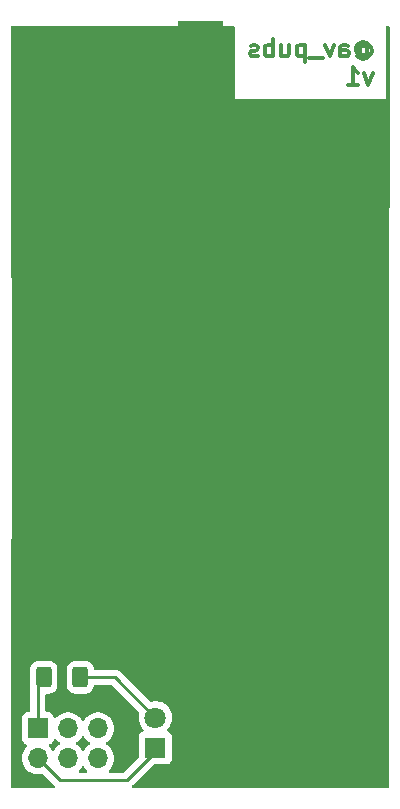
<source format=gbr>
G04 #@! TF.GenerationSoftware,KiCad,Pcbnew,(6.99.0-2452-gdb4f2d9dd8)*
G04 #@! TF.CreationDate,2022-08-02T19:29:52-05:00*
G04 #@! TF.ProjectId,captech,63617074-6563-4682-9e6b-696361645f70,rev?*
G04 #@! TF.SameCoordinates,Original*
G04 #@! TF.FileFunction,Copper,L2,Bot*
G04 #@! TF.FilePolarity,Positive*
%FSLAX46Y46*%
G04 Gerber Fmt 4.6, Leading zero omitted, Abs format (unit mm)*
G04 Created by KiCad (PCBNEW (6.99.0-2452-gdb4f2d9dd8)) date 2022-08-02 19:29:52*
%MOMM*%
%LPD*%
G01*
G04 APERTURE LIST*
G04 Aperture macros list*
%AMRoundRect*
0 Rectangle with rounded corners*
0 $1 Rounding radius*
0 $2 $3 $4 $5 $6 $7 $8 $9 X,Y pos of 4 corners*
0 Add a 4 corners polygon primitive as box body*
4,1,4,$2,$3,$4,$5,$6,$7,$8,$9,$2,$3,0*
0 Add four circle primitives for the rounded corners*
1,1,$1+$1,$2,$3*
1,1,$1+$1,$4,$5*
1,1,$1+$1,$6,$7*
1,1,$1+$1,$8,$9*
0 Add four rect primitives between the rounded corners*
20,1,$1+$1,$2,$3,$4,$5,0*
20,1,$1+$1,$4,$5,$6,$7,0*
20,1,$1+$1,$6,$7,$8,$9,0*
20,1,$1+$1,$8,$9,$2,$3,0*%
G04 Aperture macros list end*
%ADD10C,0.300000*%
G04 #@! TA.AperFunction,NonConductor*
%ADD11C,0.300000*%
G04 #@! TD*
G04 #@! TA.AperFunction,ComponentPad*
%ADD12R,1.800000X1.800000*%
G04 #@! TD*
G04 #@! TA.AperFunction,ComponentPad*
%ADD13C,1.800000*%
G04 #@! TD*
G04 #@! TA.AperFunction,ComponentPad*
%ADD14R,1.700000X1.700000*%
G04 #@! TD*
G04 #@! TA.AperFunction,ComponentPad*
%ADD15O,1.700000X1.700000*%
G04 #@! TD*
G04 #@! TA.AperFunction,SMDPad,CuDef*
%ADD16RoundRect,0.250000X0.400000X0.625000X-0.400000X0.625000X-0.400000X-0.625000X0.400000X-0.625000X0*%
G04 #@! TD*
G04 #@! TA.AperFunction,Conductor*
%ADD17C,0.250000*%
G04 #@! TD*
G04 APERTURE END LIST*
D10*
D11*
X91714285Y-34029285D02*
X91785714Y-33957857D01*
X91785714Y-33957857D02*
X91928571Y-33886428D01*
X91928571Y-33886428D02*
X92071428Y-33886428D01*
X92071428Y-33886428D02*
X92214285Y-33957857D01*
X92214285Y-33957857D02*
X92285714Y-34029285D01*
X92285714Y-34029285D02*
X92357142Y-34172142D01*
X92357142Y-34172142D02*
X92357142Y-34315000D01*
X92357142Y-34315000D02*
X92285714Y-34457857D01*
X92285714Y-34457857D02*
X92214285Y-34529285D01*
X92214285Y-34529285D02*
X92071428Y-34600714D01*
X92071428Y-34600714D02*
X91928571Y-34600714D01*
X91928571Y-34600714D02*
X91785714Y-34529285D01*
X91785714Y-34529285D02*
X91714285Y-34457857D01*
X91714285Y-33886428D02*
X91714285Y-34457857D01*
X91714285Y-34457857D02*
X91642857Y-34529285D01*
X91642857Y-34529285D02*
X91571428Y-34529285D01*
X91571428Y-34529285D02*
X91428571Y-34457857D01*
X91428571Y-34457857D02*
X91357142Y-34315000D01*
X91357142Y-34315000D02*
X91357142Y-33957857D01*
X91357142Y-33957857D02*
X91500000Y-33743571D01*
X91500000Y-33743571D02*
X91714285Y-33600714D01*
X91714285Y-33600714D02*
X92000000Y-33529285D01*
X92000000Y-33529285D02*
X92285714Y-33600714D01*
X92285714Y-33600714D02*
X92500000Y-33743571D01*
X92500000Y-33743571D02*
X92642857Y-33957857D01*
X92642857Y-33957857D02*
X92714285Y-34243571D01*
X92714285Y-34243571D02*
X92642857Y-34529285D01*
X92642857Y-34529285D02*
X92500000Y-34743571D01*
X92500000Y-34743571D02*
X92285714Y-34886428D01*
X92285714Y-34886428D02*
X92000000Y-34957857D01*
X92000000Y-34957857D02*
X91714285Y-34886428D01*
X91714285Y-34886428D02*
X91500000Y-34743571D01*
X90071429Y-34743571D02*
X90071429Y-33957857D01*
X90071429Y-33957857D02*
X90142857Y-33815000D01*
X90142857Y-33815000D02*
X90285714Y-33743571D01*
X90285714Y-33743571D02*
X90571429Y-33743571D01*
X90571429Y-33743571D02*
X90714286Y-33815000D01*
X90071429Y-34672142D02*
X90214286Y-34743571D01*
X90214286Y-34743571D02*
X90571429Y-34743571D01*
X90571429Y-34743571D02*
X90714286Y-34672142D01*
X90714286Y-34672142D02*
X90785714Y-34529285D01*
X90785714Y-34529285D02*
X90785714Y-34386428D01*
X90785714Y-34386428D02*
X90714286Y-34243571D01*
X90714286Y-34243571D02*
X90571429Y-34172142D01*
X90571429Y-34172142D02*
X90214286Y-34172142D01*
X90214286Y-34172142D02*
X90071429Y-34100714D01*
X89500000Y-33743571D02*
X89142857Y-34743571D01*
X89142857Y-34743571D02*
X88785714Y-33743571D01*
X88571429Y-34886428D02*
X87428571Y-34886428D01*
X87071429Y-33743571D02*
X87071429Y-35243571D01*
X87071429Y-33815000D02*
X86928572Y-33743571D01*
X86928572Y-33743571D02*
X86642857Y-33743571D01*
X86642857Y-33743571D02*
X86500000Y-33815000D01*
X86500000Y-33815000D02*
X86428572Y-33886428D01*
X86428572Y-33886428D02*
X86357143Y-34029285D01*
X86357143Y-34029285D02*
X86357143Y-34457857D01*
X86357143Y-34457857D02*
X86428572Y-34600714D01*
X86428572Y-34600714D02*
X86500000Y-34672142D01*
X86500000Y-34672142D02*
X86642857Y-34743571D01*
X86642857Y-34743571D02*
X86928572Y-34743571D01*
X86928572Y-34743571D02*
X87071429Y-34672142D01*
X85071429Y-33743571D02*
X85071429Y-34743571D01*
X85714286Y-33743571D02*
X85714286Y-34529285D01*
X85714286Y-34529285D02*
X85642857Y-34672142D01*
X85642857Y-34672142D02*
X85500000Y-34743571D01*
X85500000Y-34743571D02*
X85285714Y-34743571D01*
X85285714Y-34743571D02*
X85142857Y-34672142D01*
X85142857Y-34672142D02*
X85071429Y-34600714D01*
X84357143Y-34743571D02*
X84357143Y-33243571D01*
X84357143Y-33815000D02*
X84214286Y-33743571D01*
X84214286Y-33743571D02*
X83928571Y-33743571D01*
X83928571Y-33743571D02*
X83785714Y-33815000D01*
X83785714Y-33815000D02*
X83714286Y-33886428D01*
X83714286Y-33886428D02*
X83642857Y-34029285D01*
X83642857Y-34029285D02*
X83642857Y-34457857D01*
X83642857Y-34457857D02*
X83714286Y-34600714D01*
X83714286Y-34600714D02*
X83785714Y-34672142D01*
X83785714Y-34672142D02*
X83928571Y-34743571D01*
X83928571Y-34743571D02*
X84214286Y-34743571D01*
X84214286Y-34743571D02*
X84357143Y-34672142D01*
X83071428Y-34672142D02*
X82928571Y-34743571D01*
X82928571Y-34743571D02*
X82642857Y-34743571D01*
X82642857Y-34743571D02*
X82500000Y-34672142D01*
X82500000Y-34672142D02*
X82428571Y-34529285D01*
X82428571Y-34529285D02*
X82428571Y-34457857D01*
X82428571Y-34457857D02*
X82500000Y-34315000D01*
X82500000Y-34315000D02*
X82642857Y-34243571D01*
X82642857Y-34243571D02*
X82857143Y-34243571D01*
X82857143Y-34243571D02*
X83000000Y-34172142D01*
X83000000Y-34172142D02*
X83071428Y-34029285D01*
X83071428Y-34029285D02*
X83071428Y-33957857D01*
X83071428Y-33957857D02*
X83000000Y-33815000D01*
X83000000Y-33815000D02*
X82857143Y-33743571D01*
X82857143Y-33743571D02*
X82642857Y-33743571D01*
X82642857Y-33743571D02*
X82500000Y-33815000D01*
X92785714Y-36173571D02*
X92428571Y-37173571D01*
X92428571Y-37173571D02*
X92071428Y-36173571D01*
X90714285Y-37173571D02*
X91571428Y-37173571D01*
X91142857Y-37173571D02*
X91142857Y-35673571D01*
X91142857Y-35673571D02*
X91285714Y-35887857D01*
X91285714Y-35887857D02*
X91428571Y-36030714D01*
X91428571Y-36030714D02*
X91571428Y-36102142D01*
D12*
X74399999Y-93269999D03*
D13*
X74400000Y-90730000D03*
D14*
X64459999Y-91629999D03*
D15*
X64459999Y-94169999D03*
X66999999Y-91629999D03*
X66999999Y-94169999D03*
X69539999Y-91629999D03*
X69539999Y-94169999D03*
D16*
X68050000Y-87300000D03*
X64950000Y-87300000D03*
D17*
X72000000Y-96000000D02*
X66290000Y-96000000D01*
X74400000Y-93270000D02*
X74400000Y-93600000D01*
X74400000Y-93600000D02*
X72000000Y-96000000D01*
X66290000Y-96000000D02*
X64460000Y-94170000D01*
X68050000Y-87300000D02*
X70970000Y-87300000D01*
X70970000Y-87300000D02*
X74400000Y-90730000D01*
X64460000Y-87790000D02*
X64950000Y-87300000D01*
X64460000Y-91630000D02*
X64460000Y-87790000D01*
G04 #@! TA.AperFunction,NonConductor*
G36*
X68353226Y-92305670D02*
G01*
X68375483Y-92331357D01*
X68464278Y-92467268D01*
X68467803Y-92471097D01*
X68467806Y-92471101D01*
X68532511Y-92541388D01*
X68616760Y-92632906D01*
X68794424Y-92771189D01*
X68799005Y-92773668D01*
X68827680Y-92789186D01*
X68878071Y-92839199D01*
X68893423Y-92908516D01*
X68868863Y-92975129D01*
X68827681Y-93010813D01*
X68794424Y-93028811D01*
X68790313Y-93032010D01*
X68790311Y-93032012D01*
X68635861Y-93152227D01*
X68616760Y-93167094D01*
X68613228Y-93170931D01*
X68467806Y-93328899D01*
X68467803Y-93328903D01*
X68464278Y-93332732D01*
X68461427Y-93337096D01*
X68375483Y-93468643D01*
X68321479Y-93514732D01*
X68251132Y-93524307D01*
X68186774Y-93494330D01*
X68164517Y-93468643D01*
X68078573Y-93337096D01*
X68075722Y-93332732D01*
X68072197Y-93328903D01*
X68072194Y-93328899D01*
X67926772Y-93170931D01*
X67923240Y-93167094D01*
X67904139Y-93152227D01*
X67749689Y-93032012D01*
X67749687Y-93032010D01*
X67745576Y-93028811D01*
X67712320Y-93010814D01*
X67661929Y-92960801D01*
X67646577Y-92891484D01*
X67671137Y-92824871D01*
X67712320Y-92789186D01*
X67740995Y-92773668D01*
X67745576Y-92771189D01*
X67923240Y-92632906D01*
X68007489Y-92541388D01*
X68072194Y-92471101D01*
X68072197Y-92471097D01*
X68075722Y-92467268D01*
X68164517Y-92331357D01*
X68218521Y-92285268D01*
X68288868Y-92275693D01*
X68353226Y-92305670D01*
G37*
G04 #@! TD.AperFunction*
G04 #@! TA.AperFunction,NonConductor*
G36*
X65983439Y-92541388D02*
G01*
X66015755Y-92566638D01*
X66036526Y-92589201D01*
X66076760Y-92632906D01*
X66254424Y-92771189D01*
X66259005Y-92773668D01*
X66287680Y-92789186D01*
X66338071Y-92839199D01*
X66353423Y-92908516D01*
X66328863Y-92975129D01*
X66287681Y-93010813D01*
X66254424Y-93028811D01*
X66250313Y-93032010D01*
X66250311Y-93032012D01*
X66095861Y-93152227D01*
X66076760Y-93167094D01*
X66073228Y-93170931D01*
X65927806Y-93328899D01*
X65927803Y-93328903D01*
X65924278Y-93332732D01*
X65921427Y-93337096D01*
X65835483Y-93468643D01*
X65781479Y-93514732D01*
X65711132Y-93524307D01*
X65646774Y-93494330D01*
X65624517Y-93468643D01*
X65538573Y-93337096D01*
X65535722Y-93332732D01*
X65532197Y-93328903D01*
X65532194Y-93328899D01*
X65392525Y-93177180D01*
X65361104Y-93113515D01*
X65369091Y-93042969D01*
X65413949Y-92987940D01*
X65441191Y-92973787D01*
X65556204Y-92930889D01*
X65568536Y-92921658D01*
X65666050Y-92848659D01*
X65673261Y-92843261D01*
X65760889Y-92726204D01*
X65804998Y-92607944D01*
X65847545Y-92551108D01*
X65914065Y-92526297D01*
X65983439Y-92541388D01*
G37*
G04 #@! TD.AperFunction*
G04 #@! TA.AperFunction,NonConductor*
G36*
X68353226Y-94845670D02*
G01*
X68375483Y-94871357D01*
X68464278Y-95007268D01*
X68467803Y-95011097D01*
X68467806Y-95011101D01*
X68600425Y-95155162D01*
X68631846Y-95218827D01*
X68623859Y-95289373D01*
X68579000Y-95344402D01*
X68507724Y-95366500D01*
X68032276Y-95366500D01*
X67964155Y-95346498D01*
X67917662Y-95292842D01*
X67907558Y-95222568D01*
X67939575Y-95155162D01*
X68072194Y-95011101D01*
X68072197Y-95011097D01*
X68075722Y-95007268D01*
X68164517Y-94871357D01*
X68218521Y-94825268D01*
X68288868Y-94815693D01*
X68353226Y-94845670D01*
G37*
G04 #@! TD.AperFunction*
G04 #@! TA.AperFunction,NonConductor*
G36*
X80067990Y-31720508D02*
G01*
X80114483Y-31774164D01*
X80125869Y-31826506D01*
X80125869Y-32123407D01*
X80125828Y-32123506D01*
X80125869Y-32123605D01*
X80125986Y-32123889D01*
X80126369Y-32124047D01*
X80126468Y-32124006D01*
X80148660Y-32124004D01*
X80148661Y-32124004D01*
X80604653Y-32123956D01*
X80983345Y-32123916D01*
X81051467Y-32143911D01*
X81097965Y-32197562D01*
X81109357Y-32249916D01*
X81109357Y-38383500D01*
X93883500Y-38383500D01*
X93883500Y-32249842D01*
X93903502Y-32181721D01*
X93957158Y-32135228D01*
X94009500Y-32123842D01*
X94096628Y-32123842D01*
X94164749Y-32143844D01*
X94211242Y-32197500D01*
X94222628Y-32249847D01*
X94222198Y-43224885D01*
X94222197Y-43225157D01*
X94222157Y-43225255D01*
X94222197Y-43225353D01*
X94189454Y-51954811D01*
X94178650Y-54835069D01*
X94178608Y-54835170D01*
X94178649Y-54835269D01*
X94178649Y-54857504D01*
X94178869Y-96573494D01*
X94158867Y-96641615D01*
X94105212Y-96688108D01*
X94052869Y-96699495D01*
X72502790Y-96699495D01*
X72434669Y-96679493D01*
X72388176Y-96625837D01*
X72378072Y-96555563D01*
X72407566Y-96490983D01*
X72428729Y-96471559D01*
X72430694Y-96470132D01*
X72430697Y-96470129D01*
X72437107Y-96465472D01*
X72465298Y-96431395D01*
X72473288Y-96422616D01*
X74180499Y-94715405D01*
X74242811Y-94681379D01*
X74269594Y-94678500D01*
X75348638Y-94678500D01*
X75351985Y-94678140D01*
X75351988Y-94678140D01*
X75372295Y-94675957D01*
X75409201Y-94671989D01*
X75546204Y-94620889D01*
X75557256Y-94612616D01*
X75656050Y-94538659D01*
X75663261Y-94533261D01*
X75750889Y-94416204D01*
X75801989Y-94279201D01*
X75808500Y-94218638D01*
X75808500Y-92321362D01*
X75801989Y-92260799D01*
X75750889Y-92123796D01*
X75663261Y-92006739D01*
X75546204Y-91919111D01*
X75537762Y-91915962D01*
X75537758Y-91915960D01*
X75478826Y-91893979D01*
X75421991Y-91851433D01*
X75397180Y-91784912D01*
X75412272Y-91715538D01*
X75430156Y-91690589D01*
X75490709Y-91624811D01*
X75511786Y-91601916D01*
X75511789Y-91601912D01*
X75515314Y-91598083D01*
X75546824Y-91549853D01*
X75640132Y-91407035D01*
X75640134Y-91407031D01*
X75642984Y-91402669D01*
X75736749Y-91188907D01*
X75788137Y-90985982D01*
X75792770Y-90967685D01*
X75792770Y-90967684D01*
X75794051Y-90962626D01*
X75794739Y-90954330D01*
X75812897Y-90735189D01*
X75813327Y-90730000D01*
X75809071Y-90678633D01*
X75794482Y-90502570D01*
X75794481Y-90502565D01*
X75794051Y-90497374D01*
X75775458Y-90423950D01*
X75738029Y-90276146D01*
X75738027Y-90276141D01*
X75736749Y-90271093D01*
X75720865Y-90234880D01*
X75645079Y-90062107D01*
X75642984Y-90057331D01*
X75515314Y-89861917D01*
X75511789Y-89858088D01*
X75511786Y-89858084D01*
X75360752Y-89694019D01*
X75357220Y-89690182D01*
X75353108Y-89686981D01*
X75353102Y-89686976D01*
X75177130Y-89550011D01*
X75177128Y-89550009D01*
X75173017Y-89546810D01*
X74967727Y-89435713D01*
X74746951Y-89359920D01*
X74741817Y-89359063D01*
X74741812Y-89359062D01*
X74521849Y-89322357D01*
X74521846Y-89322357D01*
X74516712Y-89321500D01*
X74283288Y-89321500D01*
X74278154Y-89322357D01*
X74278151Y-89322357D01*
X74058188Y-89359062D01*
X74058183Y-89359063D01*
X74053049Y-89359920D01*
X74032731Y-89366895D01*
X73961808Y-89370097D01*
X73902723Y-89336818D01*
X71473652Y-86907747D01*
X71466112Y-86899461D01*
X71462000Y-86892982D01*
X71412348Y-86846356D01*
X71409507Y-86843602D01*
X71389770Y-86823865D01*
X71386573Y-86821385D01*
X71377551Y-86813680D01*
X71351100Y-86788841D01*
X71345321Y-86783414D01*
X71338375Y-86779595D01*
X71338372Y-86779593D01*
X71327566Y-86773652D01*
X71311047Y-86762801D01*
X71310583Y-86762441D01*
X71295041Y-86750386D01*
X71287772Y-86747241D01*
X71287768Y-86747238D01*
X71254463Y-86732826D01*
X71243813Y-86727609D01*
X71205060Y-86706305D01*
X71185437Y-86701267D01*
X71166734Y-86694863D01*
X71155420Y-86689967D01*
X71155419Y-86689967D01*
X71148145Y-86686819D01*
X71140322Y-86685580D01*
X71140312Y-86685577D01*
X71104476Y-86679901D01*
X71092856Y-86677495D01*
X71057711Y-86668472D01*
X71057710Y-86668472D01*
X71050030Y-86666500D01*
X71029776Y-86666500D01*
X71010065Y-86664949D01*
X70997886Y-86663020D01*
X70990057Y-86661780D01*
X70982165Y-86662526D01*
X70946039Y-86665941D01*
X70934181Y-86666500D01*
X69326579Y-86666500D01*
X69258458Y-86646498D01*
X69211965Y-86592842D01*
X69201231Y-86553306D01*
X69200179Y-86543014D01*
X69197887Y-86520574D01*
X69142115Y-86352262D01*
X69049030Y-86201348D01*
X68923652Y-86075970D01*
X68772738Y-85982885D01*
X68709193Y-85961829D01*
X68610952Y-85929275D01*
X68610948Y-85929274D01*
X68604426Y-85927113D01*
X68597592Y-85926415D01*
X68597588Y-85926414D01*
X68503729Y-85916825D01*
X68503723Y-85916825D01*
X68500545Y-85916500D01*
X68050071Y-85916500D01*
X67599456Y-85916501D01*
X67596279Y-85916826D01*
X67596270Y-85916826D01*
X67547533Y-85921805D01*
X67495574Y-85927113D01*
X67327262Y-85982885D01*
X67176348Y-86075970D01*
X67050970Y-86201348D01*
X66957885Y-86352262D01*
X66902113Y-86520574D01*
X66901415Y-86527408D01*
X66901414Y-86527412D01*
X66891825Y-86621270D01*
X66891500Y-86624455D01*
X66891501Y-87975544D01*
X66902113Y-88079426D01*
X66957885Y-88247738D01*
X67050970Y-88398652D01*
X67176348Y-88524030D01*
X67327262Y-88617115D01*
X67390807Y-88638171D01*
X67489048Y-88670725D01*
X67489052Y-88670726D01*
X67495574Y-88672887D01*
X67502408Y-88673585D01*
X67502412Y-88673586D01*
X67596271Y-88683175D01*
X67596277Y-88683175D01*
X67599455Y-88683500D01*
X68049929Y-88683500D01*
X68500544Y-88683499D01*
X68503721Y-88683174D01*
X68503730Y-88683174D01*
X68552467Y-88678195D01*
X68604426Y-88672887D01*
X68772738Y-88617115D01*
X68923652Y-88524030D01*
X69049030Y-88398652D01*
X69142115Y-88247738D01*
X69197887Y-88079426D01*
X69201231Y-88046694D01*
X69228053Y-87980959D01*
X69286156Y-87940160D01*
X69326579Y-87933500D01*
X70655406Y-87933500D01*
X70723527Y-87953502D01*
X70744501Y-87970405D01*
X73008976Y-90234880D01*
X73043002Y-90297192D01*
X73042026Y-90354906D01*
X73027735Y-90411341D01*
X73005949Y-90497374D01*
X72986673Y-90730000D01*
X72987103Y-90735189D01*
X73005262Y-90954330D01*
X73005949Y-90962626D01*
X73007230Y-90967684D01*
X73007230Y-90967685D01*
X73011864Y-90985982D01*
X73063251Y-91188907D01*
X73157016Y-91402669D01*
X73159866Y-91407031D01*
X73159868Y-91407035D01*
X73253176Y-91549853D01*
X73284686Y-91598083D01*
X73288211Y-91601912D01*
X73288214Y-91601916D01*
X73309291Y-91624811D01*
X73369843Y-91690587D01*
X73401263Y-91754251D01*
X73393276Y-91824797D01*
X73348418Y-91879826D01*
X73321174Y-91893979D01*
X73262242Y-91915960D01*
X73262238Y-91915962D01*
X73253796Y-91919111D01*
X73136739Y-92006739D01*
X73049111Y-92123796D01*
X72998011Y-92260799D01*
X72991500Y-92321362D01*
X72991500Y-94060406D01*
X72971498Y-94128527D01*
X72954595Y-94149501D01*
X71774500Y-95329595D01*
X71712188Y-95363621D01*
X71685405Y-95366500D01*
X70572276Y-95366500D01*
X70504155Y-95346498D01*
X70457662Y-95292842D01*
X70447558Y-95222568D01*
X70479575Y-95155162D01*
X70612194Y-95011101D01*
X70612197Y-95011097D01*
X70615722Y-95007268D01*
X70721299Y-94845670D01*
X70736008Y-94823157D01*
X70736010Y-94823153D01*
X70738860Y-94818791D01*
X70829296Y-94612616D01*
X70848025Y-94538659D01*
X70883283Y-94399427D01*
X70883283Y-94399426D01*
X70884564Y-94394368D01*
X70894757Y-94271367D01*
X70902726Y-94175189D01*
X70903156Y-94170000D01*
X70884564Y-93945632D01*
X70829296Y-93727384D01*
X70738860Y-93521209D01*
X70734629Y-93514732D01*
X70618573Y-93337096D01*
X70615722Y-93332732D01*
X70612197Y-93328903D01*
X70612194Y-93328899D01*
X70466772Y-93170931D01*
X70463240Y-93167094D01*
X70444139Y-93152227D01*
X70289689Y-93032012D01*
X70289687Y-93032010D01*
X70285576Y-93028811D01*
X70252320Y-93010814D01*
X70201929Y-92960801D01*
X70186577Y-92891484D01*
X70211137Y-92824871D01*
X70252320Y-92789186D01*
X70280995Y-92773668D01*
X70285576Y-92771189D01*
X70463240Y-92632906D01*
X70547489Y-92541388D01*
X70612194Y-92471101D01*
X70612197Y-92471097D01*
X70615722Y-92467268D01*
X70721299Y-92305670D01*
X70736008Y-92283157D01*
X70736010Y-92283153D01*
X70738860Y-92278791D01*
X70829296Y-92072616D01*
X70884564Y-91854368D01*
X70887015Y-91824797D01*
X70902726Y-91635189D01*
X70903156Y-91630000D01*
X70884564Y-91405632D01*
X70829296Y-91187384D01*
X70738860Y-90981209D01*
X70734629Y-90974732D01*
X70618573Y-90797096D01*
X70615722Y-90792732D01*
X70612197Y-90788903D01*
X70612194Y-90788899D01*
X70466772Y-90630931D01*
X70463240Y-90627094D01*
X70334104Y-90526582D01*
X70289689Y-90492012D01*
X70289687Y-90492010D01*
X70285576Y-90488811D01*
X70087574Y-90381658D01*
X69874635Y-90308556D01*
X69869501Y-90307699D01*
X69869496Y-90307698D01*
X69657706Y-90272357D01*
X69657704Y-90272357D01*
X69652569Y-90271500D01*
X69427431Y-90271500D01*
X69422296Y-90272357D01*
X69422294Y-90272357D01*
X69210504Y-90307698D01*
X69210499Y-90307699D01*
X69205365Y-90308556D01*
X68992426Y-90381658D01*
X68794424Y-90488811D01*
X68790313Y-90492010D01*
X68790311Y-90492012D01*
X68745896Y-90526582D01*
X68616760Y-90627094D01*
X68613228Y-90630931D01*
X68467806Y-90788899D01*
X68467803Y-90788903D01*
X68464278Y-90792732D01*
X68461427Y-90797096D01*
X68375483Y-90928643D01*
X68321479Y-90974732D01*
X68251132Y-90984307D01*
X68186774Y-90954330D01*
X68164517Y-90928643D01*
X68078573Y-90797096D01*
X68075722Y-90792732D01*
X68072197Y-90788903D01*
X68072194Y-90788899D01*
X67926772Y-90630931D01*
X67923240Y-90627094D01*
X67794104Y-90526582D01*
X67749689Y-90492012D01*
X67749687Y-90492010D01*
X67745576Y-90488811D01*
X67547574Y-90381658D01*
X67334635Y-90308556D01*
X67329501Y-90307699D01*
X67329496Y-90307698D01*
X67117706Y-90272357D01*
X67117704Y-90272357D01*
X67112569Y-90271500D01*
X66887431Y-90271500D01*
X66882296Y-90272357D01*
X66882294Y-90272357D01*
X66670504Y-90307698D01*
X66670499Y-90307699D01*
X66665365Y-90308556D01*
X66452426Y-90381658D01*
X66254424Y-90488811D01*
X66250313Y-90492010D01*
X66250311Y-90492012D01*
X66205896Y-90526582D01*
X66076760Y-90627094D01*
X66073228Y-90630931D01*
X66015755Y-90693362D01*
X65954901Y-90729933D01*
X65883937Y-90727798D01*
X65825392Y-90687636D01*
X65804998Y-90652056D01*
X65764038Y-90542239D01*
X65764037Y-90542237D01*
X65760889Y-90533796D01*
X65737514Y-90502570D01*
X65678659Y-90423950D01*
X65673261Y-90416739D01*
X65556204Y-90329111D01*
X65419201Y-90278011D01*
X65382295Y-90274043D01*
X65361988Y-90271860D01*
X65361985Y-90271860D01*
X65358638Y-90271500D01*
X65219500Y-90271500D01*
X65151379Y-90251498D01*
X65104886Y-90197842D01*
X65093500Y-90145500D01*
X65093500Y-88809499D01*
X65113502Y-88741378D01*
X65167158Y-88694885D01*
X65219500Y-88683499D01*
X65400544Y-88683499D01*
X65403721Y-88683174D01*
X65403730Y-88683174D01*
X65452467Y-88678195D01*
X65504426Y-88672887D01*
X65672738Y-88617115D01*
X65823652Y-88524030D01*
X65949030Y-88398652D01*
X66042115Y-88247738D01*
X66097887Y-88079426D01*
X66108500Y-87975545D01*
X66108499Y-86624456D01*
X66105270Y-86592842D01*
X66101231Y-86553306D01*
X66097887Y-86520574D01*
X66042115Y-86352262D01*
X65949030Y-86201348D01*
X65823652Y-86075970D01*
X65672738Y-85982885D01*
X65609193Y-85961829D01*
X65510952Y-85929275D01*
X65510948Y-85929274D01*
X65504426Y-85927113D01*
X65497592Y-85926415D01*
X65497588Y-85926414D01*
X65403729Y-85916825D01*
X65403723Y-85916825D01*
X65400545Y-85916500D01*
X64950071Y-85916500D01*
X64499456Y-85916501D01*
X64496279Y-85916826D01*
X64496270Y-85916826D01*
X64447533Y-85921805D01*
X64395574Y-85927113D01*
X64227262Y-85982885D01*
X64076348Y-86075970D01*
X63950970Y-86201348D01*
X63857885Y-86352262D01*
X63802113Y-86520574D01*
X63801415Y-86527408D01*
X63801414Y-86527412D01*
X63791825Y-86621270D01*
X63791500Y-86624455D01*
X63791501Y-87975544D01*
X63802113Y-88079426D01*
X63804275Y-88085950D01*
X63804275Y-88085951D01*
X63820105Y-88133724D01*
X63826500Y-88173356D01*
X63826500Y-90145500D01*
X63806498Y-90213621D01*
X63752842Y-90260114D01*
X63700500Y-90271500D01*
X63561362Y-90271500D01*
X63558015Y-90271860D01*
X63558012Y-90271860D01*
X63537705Y-90274043D01*
X63500799Y-90278011D01*
X63363796Y-90329111D01*
X63246739Y-90416739D01*
X63241341Y-90423950D01*
X63182487Y-90502570D01*
X63159111Y-90533796D01*
X63108011Y-90670799D01*
X63101500Y-90731362D01*
X63101500Y-92528638D01*
X63108011Y-92589201D01*
X63159111Y-92726204D01*
X63246739Y-92843261D01*
X63253950Y-92848659D01*
X63351465Y-92921658D01*
X63363796Y-92930889D01*
X63478808Y-92973787D01*
X63535642Y-93016333D01*
X63560453Y-93082853D01*
X63545361Y-93152227D01*
X63527475Y-93177180D01*
X63387806Y-93328899D01*
X63387803Y-93328903D01*
X63384278Y-93332732D01*
X63381427Y-93337096D01*
X63265372Y-93514732D01*
X63261140Y-93521209D01*
X63170704Y-93727384D01*
X63115436Y-93945632D01*
X63096844Y-94170000D01*
X63097274Y-94175189D01*
X63105244Y-94271367D01*
X63115436Y-94394368D01*
X63116717Y-94399426D01*
X63116717Y-94399427D01*
X63151976Y-94538659D01*
X63170704Y-94612616D01*
X63261140Y-94818791D01*
X63263990Y-94823153D01*
X63263992Y-94823157D01*
X63278701Y-94845670D01*
X63384278Y-95007268D01*
X63387803Y-95011097D01*
X63387806Y-95011101D01*
X63489360Y-95121417D01*
X63536760Y-95172906D01*
X63540879Y-95176112D01*
X63595759Y-95218827D01*
X63714424Y-95311189D01*
X63719005Y-95313668D01*
X63779670Y-95346498D01*
X63912426Y-95418342D01*
X64125365Y-95491444D01*
X64130499Y-95492301D01*
X64130504Y-95492302D01*
X64342294Y-95527643D01*
X64342296Y-95527643D01*
X64347431Y-95528500D01*
X64572569Y-95528500D01*
X64577704Y-95527643D01*
X64577706Y-95527643D01*
X64653408Y-95515011D01*
X64794635Y-95491444D01*
X64797921Y-95490316D01*
X64868361Y-95492964D01*
X64917442Y-95523346D01*
X65786353Y-96392258D01*
X65793887Y-96400537D01*
X65798000Y-96407018D01*
X65819095Y-96426827D01*
X65847651Y-96453643D01*
X65850493Y-96456398D01*
X65870230Y-96476135D01*
X65873367Y-96478568D01*
X65873834Y-96478980D01*
X65911705Y-96539033D01*
X65911098Y-96610027D01*
X65872205Y-96669422D01*
X65807374Y-96698361D01*
X65790510Y-96699495D01*
X62303506Y-96699495D01*
X62235385Y-96679493D01*
X62188892Y-96625837D01*
X62177506Y-96573358D01*
X62177526Y-96555563D01*
X62222816Y-54941104D01*
X62226857Y-54941108D01*
X62226851Y-54941070D01*
X62222817Y-54941101D01*
X62200207Y-51954811D01*
X62200204Y-51954394D01*
X62184637Y-48303941D01*
X62184636Y-48303583D01*
X62177526Y-43297685D01*
X62177526Y-43297682D01*
X62177513Y-43288853D01*
X62177554Y-43288754D01*
X62177513Y-43288654D01*
X62177512Y-43224885D01*
X62177370Y-32249844D01*
X62197371Y-32181723D01*
X62251026Y-32135229D01*
X62303370Y-32123842D01*
X74707439Y-32123842D01*
X76273769Y-32124006D01*
X76273868Y-32124047D01*
X76273967Y-32124006D01*
X76274251Y-32123889D01*
X76274409Y-32123506D01*
X76274368Y-32123407D01*
X76274368Y-31826506D01*
X76294370Y-31758385D01*
X76348026Y-31711892D01*
X76400368Y-31700506D01*
X79999869Y-31700506D01*
X80067990Y-31720508D01*
G37*
G04 #@! TD.AperFunction*
M02*

</source>
